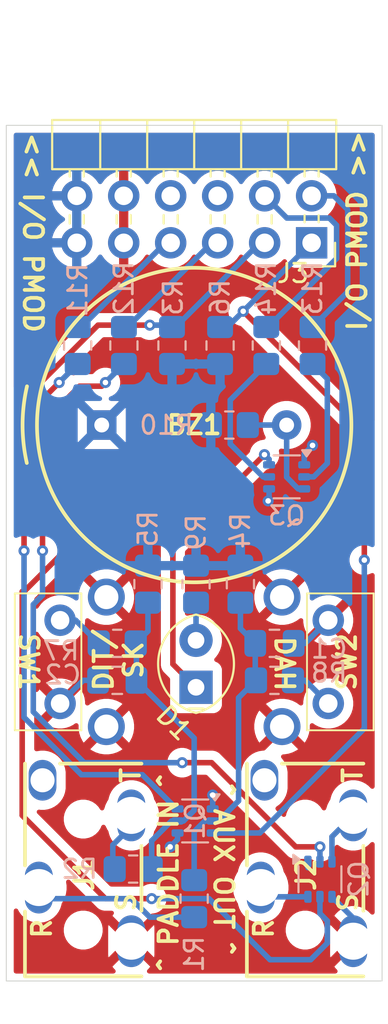
<source format=kicad_pcb>
(kicad_pcb (version 20241229) (generator "pcbnew") (generator_version "9.0")
  (layers (0 "F.Cu" signal) (2 "B.Cu" signal) (13 "F.Paste" user) (15 "B.Paste" user) (5 "F.SilkS" user "F.Silkscreen") (7 "B.SilkS" user "B.Silkscreen") (1 "F.Mask" user) (3 "B.Mask" user) (25 "Edge.Cuts" user))
  (net 0 "")
  (net 1 "VDD")
  (net 2 "/BUZZ_NEG")
  (net 3 "/DAH_BASE")
  (net 4 "GND")
  (net 5 "/DIT_BASE")
  (net 6 "/UIO1")
  (net 7 "/UIO0")
  (net 8 "/AUX_DAH_EXT")
  (net 9 "/AUX_DIT_EXT")
  (net 10 "/LED_A")
  (net 11 "/LED_K")
  (net 12 "/DAH_EXT")
  (net 13 "/DIT_EXT")
  (net 16 "/UIO5")
  (net 17 "/UIO4")
  (net 20 "/UIO3")
  (net 21 "/UIO2")
  (net 22 "Net-(R7-Pad1)")
  (net 23 "Net-(R8-Pad1)")
  (net 24 "Net-(Q2A-B1)")
  (net 25 "Net-(Q2B-B2)")
  (net 26 "Net-(Q3A-B1)")
  (net 27 "Net-(Q3B-B2)")
  (footprint "LED_THT:LED_Oval_W5.2mm_H3.8mm" (layer "F.Cu") (at 110.26 80.085 90)
    (property "Reference" "D1" (at -1.925 -1.2 135) (layer "F.SilkS"))
    (property "Value" "C5SMF-RJF-CT0W0BB1")
    (fp_line (start -1.15 -0.405) (end -1.15 0.405) (stroke (width 0.12)) (layer "F.SilkS"))
    (fp_arc (start -1.39 0) (mid 1.269691 -2.050564) (end 3.929843 -0.000598) (stroke (width 0.12)) (layer "F.SilkS"))
    (fp_arc (start 3.929843 0.000598) (mid 1.269691 2.050564) (end -1.39 0) (stroke (width 0.12)) (layer "F.SilkS"))
    (pad "1" thru_hole rect (at 0 0 90) (size 1.8 1.8) (drill 0.9) (layers "*.Cu" "*.Mask") (net 11 "/LED_K"))
    (pad "2" thru_hole circle (at 2.54 0 90) (size 1.8 1.8) (drill 0.9) (layers "*.Cu" "*.Mask") (net 10 "/LED_A"))
  )
  (footprint "b-etz:PinHeader_2x06_P2.54mm_Horizontal_Flipped" (layer "F.Cu") (at 116.51 56.06 -90)
    (property "Reference" "J3" (at 1.65 1.01 0) (layer "F.SilkS"))
    (property "Value" "Conn_02x06_PMOD")
    (fp_line (start -6.64 14.03) (end -6.64 -1.33) (stroke (width 0.12)) (layer "F.SilkS"))
    (fp_line (start -3.98 14.03) (end -6.64 14.03) (stroke (width 0.12)) (layer "F.SilkS"))
    (fp_line (start -3.582929 13.08) (end -3.98 13.08) (stroke (width 0.12)) (layer "F.SilkS"))
    (fp_line (start -1.042929 13.08) (end -1.497071 13.08) (stroke (width 0.12)) (layer "F.SilkS"))
    (fp_line (start -3.582929 12.32) (end -3.98 12.32) (stroke (width 0.12)) (layer "F.SilkS"))
    (fp_line (start -1.042929 12.32) (end -1.497071 12.32) (stroke (width 0.12)) (layer "F.SilkS"))
    (fp_line (start -3.98 11.43) (end -6.64 11.43) (stroke (width 0.12)) (layer "F.SilkS"))
    (fp_line (start -3.582929 10.54) (end -3.98 10.54) (stroke (width 0.12)) (layer "F.SilkS"))
    (fp_line (start -1.042929 10.54) (end -1.497071 10.54) (stroke (width 0.12)) (layer "F.SilkS"))
    (fp_line (start -3.582929 9.78) (end -3.98 9.78) (stroke (width 0.12)) (layer "F.SilkS"))
    (fp_line (start -1.042929 9.78) (end -1.497071 9.78) (stroke (width 0.12)) (layer "F.SilkS"))
    (fp_line (start -3.98 8.89) (end -6.64 8.89) (stroke (width 0.12)) (layer "F.SilkS"))
    (fp_line (start -3.582929 8) (end -3.98 8) (stroke (width 0.12)) (layer "F.SilkS"))
    (fp_line (start -1.042929 8) (end -1.497071 8) (stroke (width 0.12)) (layer "F.SilkS"))
    (fp_line (start -3.582929 7.24) (end -3.98 7.24) (stroke (width 0.12)) (layer "F.SilkS"))
    (fp_line (start -1.042929 7.24) (end -1.497071 7.24) (stroke (width 0.12)) (layer "F.SilkS"))
    (fp_line (start -3.98 6.35) (end -6.64 6.35) (stroke (width 0.12)) (layer "F.SilkS"))
    (fp_line (start -3.582929 5.46) (end -3.98 5.46) (stroke (width 0.12)) (layer "F.SilkS"))
    (fp_line (start -1.042929 5.46) (end -1.497071 5.46) (stroke (width 0.12)) (layer "F.SilkS"))
    (fp_line (start -3.582929 4.7) (end -3.98 4.7) (stroke (width 0.12)) (layer "F.SilkS"))
    (fp_line (start -1.042929 4.7) (end -1.497071 4.7) (stroke (width 0.12)) (layer "F.SilkS"))
    (fp_line (start -3.98 3.81) (end -6.64 3.81) (stroke (width 0.12)) (layer "F.SilkS"))
    (fp_line (start -3.582929 2.92) (end -3.98 2.92) (stroke (width 0.12)) (layer "F.SilkS"))
    (fp_line (start -1.042929 2.92) (end -1.497071 2.92) (stroke (width 0.12)) (layer "F.SilkS"))
    (fp_line (start -3.582929 2.16) (end -3.98 2.16) (stroke (width 0.12)) (layer "F.SilkS"))
    (fp_line (start -1.042929 2.16) (end -1.497071 2.16) (stroke (width 0.12)) (layer "F.SilkS"))
    (fp_line (start -3.98 1.27) (end -6.64 1.27) (stroke (width 0.12)) (layer "F.SilkS"))
    (fp_line (start -3.582929 0.38) (end -3.98 0.38) (stroke (width 0.12)) (layer "F.SilkS"))
    (fp_line (start -1.11 0.38) (end -1.497071 0.38) (stroke (width 0.12)) (layer "F.SilkS"))
    (fp_line (start 1.27 0) (end 1.27 -1.27) (stroke (width 0.12)) (layer "F.SilkS"))
    (fp_line (start -3.582929 -0.38) (end -3.98 -0.38) (stroke (width 0.12)) (layer "F.SilkS"))
    (fp_line (start -1.11 -0.38) (end -1.497071 -0.38) (stroke (width 0.12)) (layer "F.SilkS"))
    (fp_line (start 1.27 -1.27) (end 0 -1.27) (stroke (width 0.12)) (layer "F.SilkS"))
    (fp_line (start -6.64 -1.33) (end -3.98 -1.33) (stroke (width 0.12)) (layer "F.SilkS"))
    (fp_line (start -3.98 -1.33) (end -3.98 14.03) (stroke (width 0.12)) (layer "F.SilkS"))
    (pad "1" thru_hole rect (at 0 0 270) (size 1.7 1.7) (drill 1) (layers "*.Cu" "*.Mask") (net 7 "/UIO0"))
    (pad "2" thru_hole oval (at 0 2.54 270) (size 1.7 1.7) (drill 1) (layers "*.Cu" "*.Mask") (net 6 "/UIO1"))
    (pad "3" thru_hole oval (at 0 5.08 270) (size 1.7 1.7) (drill 1) (layers "*.Cu" "*.Mask") (net 21 "/UIO2"))
    (pad "4" thru_hole oval (at 0 7.62 270) (size 1.7 1.7) (drill 1) (layers "*.Cu" "*.Mask") (net 20 "/UIO3"))
    (pad "5" thru_hole oval (at 0 10.16 270) (size 1.7 1.7) (drill 1) (layers "*.Cu" "*.Mask") (net 4 "GND"))
    (pad "6" thru_hole oval (at 0 12.7 270) (size 1.7 1.7) (drill 1) (layers "*.Cu" "*.Mask") (net 1 "VDD"))
    (pad "7" thru_hole oval (at -2.54 0 270) (size 1.7 1.7) (drill 1) (layers "*.Cu" "*.Mask") (net 17 "/UIO4"))
    (pad "8" thru_hole oval (at -2.54 2.54 270) (size 1.7 1.7) (drill 1) (layers "*.Cu" "*.Mask") (net 16 "/UIO5"))
    (pad "9" thru_hole oval (at -2.54 5.08 270) (size 1.7 1.7) (drill 1) (layers "*.Cu" "*.Mask"))
    (pad "10" thru_hole oval (at -2.54 7.62 270) (size 1.7 1.7) (drill 1) (layers "*.Cu" "*.Mask"))
    (pad "11" thru_hole oval (at -2.54 10.16 270) (size 1.7 1.7) (drill 1) (layers "*.Cu" "*.Mask") (net 4 "GND"))
    (pad "12" thru_hole oval (at -2.54 12.7 270) (size 1.7 1.7) (drill 1) (layers "*.Cu" "*.Mask") (net 1 "VDD"))
  )
  (footprint "b-etz:TS11-674-55-BK-100-RA-D" (layer "F.Cu") (at 116.16 78.71 90)
    (property "Reference" "SW2" (at 0 2.25 90) (layer "F.SilkS") (effects (font (thickness 0.2))))
    (property "Value" "TS11-674-55-BK-100-RA-D" (hide yes))
    (fp_line (start 3.7 0.1) (end -3.7 0.1) (stroke (width 0.1)) (layer "F.SilkS"))
    (fp_line (start -3.7 0.1) (end -3.7 3.7) (stroke (width 0.1)) (layer "F.SilkS"))
    (fp_line (start 3.7 3.7) (end 3.7 0.1) (stroke (width 0.1)) (layer "F.SilkS"))
    (fp_line (start -3.7 3.7) (end 3.7 3.7) (stroke (width 0.1)) (layer "F.SilkS"))
    (pad "1" thru_hole circle (at 2.25 1.25 90) (size 1.7 1.7) (drill 1) (layers "*.Cu" "*.Mask") (net 4 "GND"))
    (pad "2" thru_hole circle (at -2.25 1.25 90) (size 1.7 1.7) (drill 1) (layers "*.Cu" "*.Mask") (net 23 "Net-(R8-Pad1)"))
    (pad "3" thru_hole circle (at 3.5 -1.25 90) (size 2 2) (drill 1.3) (layers "*.Cu" "*.Mask") (net 4 "GND"))
    (pad "4" thru_hole circle (at -3.5 -1.25 90) (size 2 2) (drill 1.3) (layers "*.Cu" "*.Mask") (net 4 "GND"))
  )
  (footprint "b-etz:TS11-674-55-BK-100-RA-D" (layer "F.Cu") (at 104.16 78.71 -90)
    (property "Reference" "SW1" (at 0 2.95 270) (layer "F.SilkS") (effects (font (thickness 0.2))))
    (property "Value" "TS11-674-55-BK-100-RA-D" (hide yes))
    (fp_line (start -3.7 3.7) (end 3.7 3.7) (stroke (width 0.1)) (layer "F.SilkS"))
    (fp_line (start 3.7 3.7) (end 3.7 0.1) (stroke (width 0.1)) (layer "F.SilkS"))
    (fp_line (start -3.7 0.1) (end -3.7 3.7) (stroke (width 0.1)) (layer "F.SilkS"))
    (fp_line (start 3.7 0.1) (end -3.7 0.1) (stroke (width 0.1)) (layer "F.SilkS"))
    (pad "1" thru_hole circle (at 2.25 1.25 270) (size 1.7 1.7) (drill 1) (layers "*.Cu" "*.Mask") (net 4 "GND"))
    (pad "2" thru_hole circle (at -2.25 1.25 270) (size 1.7 1.7) (drill 1) (layers "*.Cu" "*.Mask") (net 22 "Net-(R7-Pad1)"))
    (pad "3" thru_hole circle (at 3.5 -1.25 270) (size 2 2) (drill 1.3) (layers "*.Cu" "*.Mask") (net 4 "GND"))
    (pad "4" thru_hole circle (at -3.5 -1.25 270) (size 2 2) (drill 1.3) (layers "*.Cu" "*.Mask") (net 4 "GND"))
  )
  (footprint "b-etz:ASJ-200-B-HT" (layer "F.Cu") (at 104.16 90.21 90)
    (property "Reference" "J1" (at 0 0.05 90) (layer "F.SilkS") (effects (font (thickness 0.2))))
    (property "Value" "ASJ-200-B-HT" (hide yes))
    (fp_line (start 0.5 -3.15) (end 6 -3.15) (stroke (width 0.2)) (layer "F.SilkS"))
    (fp_line (start -5.5 -3.15) (end -2 -3.15) (stroke (width 0.2)) (layer "F.SilkS"))
    (fp_line (start -5.5 -3.15) (end -5.5 3.15) (stroke (width 0.2)) (layer "F.SilkS"))
    (fp_line (start 6 -1.25) (end 6 3.15) (stroke (width 0.2)) (layer "F.SilkS"))
    (fp_line (start -1.95 3.15) (end 1.55 3.15) (stroke (width 0.2)) (layer "F.SilkS"))
    (fp_text user "S" (at -2.1 2.9 90) (layer "F.SilkS") (effects (font (thickness 0.2)) (justify left bottom)))
    (fp_text user "R" (at -3.55 -1.65 90) (layer "F.SilkS") (effects (font (thickness 0.2)) (justify left bottom)))
    (fp_text user "T" (at 4.85 3.15 90) (layer "F.SilkS") (effects (font (thickness 0.2)) (justify left bottom)))
    (pad "" np_thru_hole circle (at -3 0 90) (size 1.6 1.6) (drill 1.6) (layers "*.Cu" "*.Mask"))
    (pad "" np_thru_hole circle (at 3 0 90) (size 1.6 1.6) (drill 1.6) (layers "*.Cu" "*.Mask"))
    (pad "R" thru_hole oval (at -0.7 -2.4 90) (size 2.8 1.5) (drill 2 0.8) (layers "*.Cu" "*.Mask") (net 12 "/DAH_EXT"))
    (pad "S" thru_hole oval (at -3.6 2.6 90) (size 2.8 1.5) (drill 2 0.8) (layers "*.Cu" "*.Mask") (net 4 "GND"))
    (pad "T" thru_hole oval (at 3.2 2.6 90) (size 2.8 1.5) (drill 2 0.8) (layers "*.Cu" "*.Mask") (net 13 "/DIT_EXT"))
    (pad "TN" thru_hole oval (at 5.1 -2.2 90) (size 2.2 1.5) (drill 1.3 0.8) (layers "*.Cu" "*.Mask"))
  )
  (footprint "b-etz:ASJ-200-B-HT" (layer "F.Cu") (at 116.16 90.21 90)
    (property "Reference" "J2" (at 0 0.05 90) (layer "F.SilkS") (effects (font (thickness 0.2))))
    (property "Value" "ASJ-200-B-HT" (hide yes))
    (fp_line (start 0.5 -3.15) (end 6 -3.15) (stroke (width 0.2)) (layer "F.SilkS"))
    (fp_line (start -5.5 -3.15) (end -2 -3.15) (stroke (width 0.2)) (layer "F.SilkS"))
    (fp_line (start -5.5 -3.15) (end -5.5 3.15) (stroke (width 0.2)) (layer "F.SilkS"))
    (fp_line (start 6 -1.25) (end 6 3.15) (stroke (width 0.2)) (layer "F.SilkS"))
    (fp_line (start -1.95 3.15) (end 1.55 3.15) (stroke (width 0.2)) (layer "F.SilkS"))
    (fp_text user "S" (at -2.1 2.9 90) (layer "F.SilkS") (effects (font (thickness 0.2)) (justify left bottom)))
    (fp_text user "T" (at 4.85 3.15 90) (layer "F.SilkS") (effects (font (thickness 0.2)) (justify left bottom)))
    (fp_text user "R" (at -3.55 -1.65 90) (layer "F.SilkS") (effects (font (thickness 0.2)) (justify left bottom)))
    (pad "" np_thru_hole circle (at -3 0 90) (size 1.6 1.6) (drill 1.6) (layers "*.Cu" "*.Mask"))
    (pad "" np_thru_hole circle (at 3 0 90) (size 1.6 1.6) (drill 1.6) (layers "*.Cu" "*.Mask"))
    (pad "R" thru_hole oval (at -0.7 -2.4 90) (size 2.8 1.5) (drill 2 0.8) (layers "*.Cu" "*.Mask") (net 8 "/AUX_DAH_EXT"))
    (pad "S" thru_hole oval (at -3.6 2.6 90) (size 2.8 1.5) (drill 2 0.8) (layers "*.Cu" "*.Mask") (net 4 "GND"))
    (pad "T" thru_hole oval (at 3.2 2.6 90) (size 2.8 1.5) (drill 2 0.8) (layers "*.Cu" "*.Mask") (net 9 "/AUX_DIT_EXT"))
    (pad "TN" thru_hole oval (at 5.1 -2.2 90) (size 2.2 1.5) (drill 1.3 0.8) (layers "*.Cu" "*.Mask"))
  )
  (footprint "b-etz:Buzzer_TDK_PS1720P02" (layer "F.Cu") (at 110.16 65.91)
    (property "Reference" "BZ1" (at 0 0 0) (layer "F.SilkS") (effects (font (thickness 0.2))))
    (property "Value" "PS1720P02")
    (fp_arc (start -9.049999 2.05) (mid -9.27925 -0.022566) (end -9.039921 -2.093993) (stroke (width 0.2)) (layer "F.SilkS"))
    (fp_circle (center 0 0) (end 8.5 0) (stroke (width 0.2)) (fill no) (layer "F.SilkS"))
    (pad "1" thru_hole rect (at -5 0) (size 1.6 1.6) (drill 0.8) (layers "*.Cu" "*.Mask") (net 1 "VDD"))
    (pad "2" thru_hole circle (at 5 0) (size 1.6 1.6) (drill 0.8) (layers "*.Cu" "*.Mask") (net 2 "/BUZZ_NEG"))
  )
  (footprint "Package_TO_SOT_SMD:SOT-363_SC-70-6" (layer "B.Cu") (at 115.16 68.71 180)
    (property "Reference" "Q3" (at 0 -2.1 0) (layer "B.SilkS") (effects (justify mirror)))
    (property "Value" "MBT3904DW1")
    (fp_line (start 0.7 1.16) (end -0.71 1.16) (stroke (width 0.12)) (layer "B.SilkS"))
    (fp_line (start 0.7 -1.16) (end -0.7 -1.16) (stroke (width 0.12)) (layer "B.SilkS"))
    (fp_poly (pts (xy -1.08 1.11) (xy -1.32 1.44) (xy -0.84 1.44) (xy -1.08 1.11)) (stroke (width 0.12)) (fill yes) (layer "B.SilkS"))
    (pad "1" smd roundrect (at -0.95 0.65 180) (size 0.65 0.4) (layers "B.Cu" "B.Mask" "B.Paste") (net 4 "GND"))
    (pad "2" smd roundrect (at -0.95 0 180) (size 0.65 0.4) (layers "B.Cu" "B.Mask" "B.Paste") (net 26 "Net-(Q3A-B1)"))
    (pad "3" smd roundrect (at -0.95 -0.65 180) (size 0.65 0.4) (layers "B.Cu" "B.Mask" "B.Paste") (net 2 "/BUZZ_NEG"))
    (pad "4" smd roundrect (at 0.95 -0.65 180) (size 0.65 0.4) (layers "B.Cu" "B.Mask" "B.Paste") (net 4 "GND"))
    (pad "5" smd roundrect (at 0.95 0 180) (size 0.65 0.4) (layers "B.Cu" "B.Mask" "B.Paste") (net 27 "Net-(Q3B-B2)"))
    (pad "6" smd roundrect (at 0.95 0.65 180) (size 0.65 0.4) (layers "B.Cu" "B.Mask" "B.Paste") (net 11 "/LED_K"))
  )
  (footprint "Resistor_SMD:R_0805_2012Metric_Pad1.20x1.40mm_HandSolder" (layer "B.Cu") (at 111.56 61.61 -90)
    (property "Reference" "R6" (at -2.6 0 90) (layer "B.SilkS") (effects (justify mirror)))
    (property "Value" "2k2")
    (fp_line (start 0.227064 0.735) (end -0.227064 0.735) (stroke (width 0.12)) (layer "B.SilkS"))
    (fp_line (start 0.227064 -0.735) (end -0.227064 -0.735) (stroke (width 0.12)) (layer "B.SilkS"))
    (pad "1" smd roundrect (at -1 0 270) (size 1.2 1.4) (layers "B.Cu" "B.Mask" "B.Paste") (roundrect_rratio 0.208333) (net 7 "/UIO0"))
    (pad "2" smd roundrect (at 1 0 270) (size 1.2 1.4) (layers "B.Cu" "B.Mask" "B.Paste") (roundrect_rratio 0.208333) (net 1 "VDD"))
  )
  (footprint "Capacitor_SMD:C_0805_2012Metric_Pad1.18x1.45mm_HandSolder" (layer "B.Cu") (at 114.5 77.71)
    (property "Reference" "C1" (at 2.96 0.3 0) (layer "B.SilkS") (effects (justify mirror)))
    (property "Value" "100n")
    (fp_line (start 0.261252 -0.735) (end -0.261252 -0.735) (stroke (width 0.12)) (layer "B.SilkS"))
    (fp_line (start 0.261252 0.735) (end -0.261252 0.735) (stroke (width 0.12)) (layer "B.SilkS"))
    (pad "1" smd roundrect (at -1.0375 0) (size 1.175 1.45) (layers "B.Cu" "B.Mask" "B.Paste") (roundrect_rratio 0.212766) (net 3 "/DAH_BASE"))
    (pad "2" smd roundrect (at 1.0375 0) (size 1.175 1.45) (layers "B.Cu" "B.Mask" "B.Paste") (roundrect_rratio 0.212766) (net 4 "GND"))
  )
  (footprint "Resistor_SMD:R_0805_2012Metric_Pad1.20x1.40mm_HandSolder" (layer "B.Cu") (at 107.66 74.51 90)
    (property "Reference" "R5" (at 2.99 0 90) (layer "B.SilkS") (effects (justify mirror)))
    (property "Value" "2k2")
    (fp_line (start 0.227064 -0.735) (end -0.227064 -0.735) (stroke (width 0.12)) (layer "B.SilkS"))
    (fp_line (start 0.227064 0.735) (end -0.227064 0.735) (stroke (width 0.12)) (layer "B.SilkS"))
    (pad "1" smd roundrect (at -1 0 90) (size 1.2 1.4) (layers "B.Cu" "B.Mask" "B.Paste") (roundrect_rratio 0.208333) (net 5 "/DIT_BASE"))
    (pad "2" smd roundrect (at 1 0 90) (size 1.2 1.4) (layers "B.Cu" "B.Mask" "B.Paste") (roundrect_rratio 0.208333) (net 1 "VDD"))
  )
  (footprint "Resistor_SMD:R_0805_2012Metric_Pad1.20x1.40mm_HandSolder" (layer "B.Cu") (at 116.56 61.61 90)
    (property "Reference" "R13" (at 3.1 0 90) (layer "B.SilkS") (effects (justify mirror)))
    (property "Value" "2k2")
    (fp_line (start 0.227064 -0.735) (end -0.227064 -0.735) (stroke (width 0.12)) (layer "B.SilkS"))
    (fp_line (start 0.227064 0.735) (end -0.227064 0.735) (stroke (width 0.12)) (layer "B.SilkS"))
    (pad "1" smd roundrect (at -1 0 90) (size 1.2 1.4) (layers "B.Cu" "B.Mask" "B.Paste") (roundrect_rratio 0.208333) (net 26 "Net-(Q3A-B1)"))
    (pad "2" smd roundrect (at 1 0 90) (size 1.2 1.4) (layers "B.Cu" "B.Mask" "B.Paste") (roundrect_rratio 0.208333) (net 17 "/UIO4"))
  )
  (footprint "Resistor_SMD:R_0805_2012Metric_Pad1.20x1.40mm_HandSolder" (layer "B.Cu") (at 103.86 61.61 90)
    (property "Reference" "R11" (at 3 0 90) (layer "B.SilkS") (effects (justify mirror)))
    (property "Value" "2k2")
    (fp_line (start 0.227064 -0.735) (end -0.227064 -0.735) (stroke (width 0.12)) (layer "B.SilkS"))
    (fp_line (start 0.227064 0.735) (end -0.227064 0.735) (stroke (width 0.12)) (layer "B.SilkS"))
    (pad "1" smd roundrect (at -1 0 90) (size 1.2 1.4) (layers "B.Cu" "B.Mask" "B.Paste") (roundrect_rratio 0.208333) (net 24 "Net-(Q2A-B1)"))
    (pad "2" smd roundrect (at 1 0 90) (size 1.2 1.4) (layers "B.Cu" "B.Mask" "B.Paste") (roundrect_rratio 0.208333) (net 20 "/UIO3"))
  )
  (footprint "Resistor_SMD:R_0805_2012Metric_Pad1.20x1.40mm_HandSolder" (layer "B.Cu") (at 114.06 61.61 90)
    (property "Reference" "R14" (at 3.1 0 90) (layer "B.SilkS") (effects (justify mirror)))
    (property "Value" "2k2")
    (fp_line (start 0.227064 -0.735) (end -0.227064 -0.735) (stroke (width 0.12)) (layer "B.SilkS"))
    (fp_line (start 0.227064 0.735) (end -0.227064 0.735) (stroke (width 0.12)) (layer "B.SilkS"))
    (pad "1" smd roundrect (at -1 0 90) (size 1.2 1.4) (layers "B.Cu" "B.Mask" "B.Paste") (roundrect_rratio 0.208333) (net 27 "Net-(Q3B-B2)"))
    (pad "2" smd roundrect (at 1 0 90) (size 1.2 1.4) (layers "B.Cu" "B.Mask" "B.Paste") (roundrect_rratio 0.208333) (net 16 "/UIO5"))
  )
  (footprint "Resistor_SMD:R_0805_2012Metric_Pad1.20x1.40mm_HandSolder" (layer "B.Cu") (at 108.96 61.61 -90)
    (property "Reference" "R3" (at -2.6 -0.06 90) (layer "B.SilkS") (effects (justify mirror)))
    (property "Value" "2k2")
    (fp_line (start 0.227064 0.735) (end -0.227064 0.735) (stroke (width 0.12)) (layer "B.SilkS"))
    (fp_line (start 0.227064 -0.735) (end -0.227064 -0.735) (stroke (width 0.12)) (layer "B.SilkS"))
    (pad "1" smd roundrect (at -1 0 270) (size 1.2 1.4) (layers "B.Cu" "B.Mask" "B.Paste") (roundrect_rratio 0.208333) (net 6 "/UIO1"))
    (pad "2" smd roundrect (at 1 0 270) (size 1.2 1.4) (layers "B.Cu" "B.Mask" "B.Paste") (roundrect_rratio 0.208333) (net 1 "VDD"))
  )
  (footprint "Resistor_SMD:R_0805_2012Metric_Pad1.20x1.40mm_HandSolder" (layer "B.Cu") (at 114.5 79.71 180)
    (property "Reference" "R8" (at -2.96 0.4 0) (layer "B.SilkS") (effects (justify mirror)))
    (property "Value" "220R")
    (fp_line (start 0.227064 0.735) (end -0.227064 0.735) (stroke (width 0.12)) (layer "B.SilkS"))
    (fp_line (start 0.227064 -0.735) (end -0.227064 -0.735) (stroke (width 0.12)) (layer "B.SilkS"))
    (pad "1" smd roundrect (at -1 0 180) (size 1.2 1.4) (layers "B.Cu" "B.Mask" "B.Paste") (roundrect_rratio 0.208333) (net 23 "Net-(R8-Pad1)"))
    (pad "2" smd roundrect (at 1 0 180) (size 1.2 1.4) (layers "B.Cu" "B.Mask" "B.Paste") (roundrect_rratio 0.208333) (net 3 "/DAH_BASE"))
  )
  (footprint "Capacitor_SMD:C_0805_2012Metric_Pad1.18x1.45mm_HandSolder" (layer "B.Cu") (at 106 79.71 180)
    (property "Reference" "C2" (at 2.94 0.3 0) (layer "B.SilkS") (effects (justify mirror)))
    (property "Value" "100n")
    (fp_line (start 0.261252 0.735) (end -0.261252 0.735) (stroke (width 0.12)) (layer "B.SilkS"))
    (fp_line (start 0.261252 -0.735) (end -0.261252 -0.735) (stroke (width 0.12)) (layer "B.SilkS"))
    (pad "1" smd roundrect (at -1.0375 0 180) (size 1.175 1.45) (layers "B.Cu" "B.Mask" "B.Paste") (roundrect_rratio 0.212766) (net 5 "/DIT_BASE"))
    (pad "2" smd roundrect (at 1.0375 0 180) (size 1.175 1.45) (layers "B.Cu" "B.Mask" "B.Paste") (roundrect_rratio 0.212766) (net 4 "GND"))
  )
  (footprint "Resistor_SMD:R_0805_2012Metric_Pad1.20x1.40mm_HandSolder" (layer "B.Cu") (at 110.26 74.51 90)
    (property "Reference" "R9" (at 2.8 0 90) (layer "B.SilkS") (effects (justify mirror)))
    (property "Value" "220R")
    (fp_line (start 0.227064 -0.735) (end -0.227064 -0.735) (stroke (width 0.12)) (layer "B.SilkS"))
    (fp_line (start 0.227064 0.735) (end -0.227064 0.735) (stroke (width 0.12)) (layer "B.SilkS"))
    (pad "1" smd roundrect (at -1 0 90) (size 1.2 1.4) (layers "B.Cu" "B.Mask" "B.Paste") (roundrect_rratio 0.208333) (net 10 "/LED_A"))
    (pad "2" smd roundrect (at 1 0 90) (size 1.2 1.4) (layers "B.Cu" "B.Mask" "B.Paste") (roundrect_rratio 0.208333) (net 1 "VDD"))
  )
  (footprint "Package_TO_SOT_SMD:SOT-363_SC-70-6" (layer "B.Cu") (at 116.96 90.46 -90)
    (property "Reference" "Q2" (at 0 -2.1 90) (layer "B.SilkS") (effects (justify mirror)))
    (property "Value" "MBT3904DW1")
    (fp_line (start 0.7 1.16) (end -0.71 1.16) (stroke (width 0.12)) (layer "B.SilkS"))
    (fp_line (start 0.7 -1.16) (end -0.7 -1.16) (stroke (width 0.12)) (layer "B.SilkS"))
    (fp_poly (pts (xy -1.08 1.11) (xy -1.32 1.44) (xy -0.84 1.44) (xy -1.08 1.11)) (stroke (width 0.12)) (fill yes) (layer "B.SilkS"))
    (pad "1" smd roundrect (at -0.95 0.65 270) (size 0.65 0.4) (layers "B.Cu" "B.Mask" "B.Paste") (net 4 "GND"))
    (pad "2" smd roundrect (at -0.95 0 270) (size 0.65 0.4) (layers "B.Cu" "B.Mask" "B.Paste") (net 24 "Net-(Q2A-B1)"))
    (pad "3" smd roundrect (at -0.95 -0.65 270) (size 0.65 0.4) (layers "B.Cu" "B.Mask" "B.Paste") (net 9 "/AUX_DIT_EXT"))
    (pad "4" smd roundrect (at 0.95 -0.65 270) (size 0.65 0.4) (layers "B.Cu" "B.Mask" "B.Paste") (net 4 "GND"))
    (pad "5" smd roundrect (at 0.95 0 270) (size 0.65 0.4) (layers "B.Cu" "B.Mask" "B.Paste") (net 25 "Net-(Q2B-B2)"))
    (pad "6" smd roundrect (at 0.95 0.65 270) (size 0.65 0.4) (layers "B.Cu" "B.Mask" "B.Paste") (net 8 "/AUX_DAH_EXT"))
  )
  (footprint "Resistor_SMD:R_0805_2012Metric_Pad1.20x1.40mm_HandSolder" (layer "B.Cu") (at 112.06 65.91 180)
    (property "Reference" "R10" (at 3.4 0 0) (layer "B.SilkS") (effects (justify mirror)))
    (property "Value" "2k2")
    (fp_line (start 0.227064 0.735) (end -0.227064 0.735) (stroke (width 0.12)) (layer "B.SilkS"))
    (fp_line (start 0.227064 -0.735) (end -0.227064 -0.735) (stroke (width 0.12)) (layer "B.SilkS"))
    (pad "1" smd roundrect (at -1 0 180) (size 1.2 1.4) (layers "B.Cu" "B.Mask" "B.Paste") (roundrect_rratio 0.208333) (net 2 "/BUZZ_NEG"))
    (pad "2" smd roundrect (at 1 0 180) (size 1.2 1.4) (layers "B.Cu" "B.Mask" "B.Paste") (roundrect_rratio 0.208333) (net 1 "VDD"))
  )
  (footprint "Resistor_SMD:R_0805_2012Metric_Pad1.20x1.40mm_HandSolder" (layer "B.Cu") (at 106 77.71)
    (property "Reference" "R7" (at -3.04 0.4 0) (layer "B.SilkS") (effects (justify mirror)))
    (property "Value" "220R")
    (fp_line (start 0.227064 -0.735) (end -0.227064 -0.735) (stroke (width 0.12)) (layer "B.SilkS"))
    (fp_line (start 0.227064 0.735) (end -0.227064 0.735) (stroke (width 0.12)) (layer "B.SilkS"))
    (pad "1" smd roundrect (at -1 0) (size 1.2 1.4) (layers "B.Cu" "B.Mask" "B.Paste") (roundrect_rratio 0.208333) (net 22 "Net-(R7-Pad1)"))
    (pad "2" smd roundrect (at 1 0) (size 1.2 1.4) (layers "B.Cu" "B.Mask" "B.Paste") (roundrect_rratio 0.208333) (net 5 "/DIT_BASE"))
  )
  (footprint "Resistor_SMD:R_0805_2012Metric_Pad1.20x1.40mm_HandSolder" (layer "B.Cu") (at 106.36 61.61 90)
    (property "Reference" "R12" (at 3.1 0 90) (layer "B.SilkS") (effects (justify mirror)))
    (property "Value" "2k2")
    (fp_line (start 0.227064 -0.735) (end -0.227064 -0.735) (stroke (width 0.12)) (layer "B.SilkS"))
    (fp_line (start 0.227064 0.735) (end -0.227064 0.735) (stroke (width 0.12)) (layer "B.SilkS"))
    (pad "1" smd roundrect (at -1 0 90) (size 1.2 1.4) (layers "B.Cu" "B.Mask" "B.Paste") (roundrect_rratio 0.208333) (net 25 "Net-(Q2B-B2)"))
    (pad "2" smd roundrect (at 1 0 90) (size 1.2 1.4) (layers "B.Cu" "B.Mask" "B.Paste") (roundrect_rratio 0.208333) (net 21 "/UIO2"))
  )
  (footprint "Resistor_SMD:R_0805_2012Metric_Pad1.20x1.40mm_HandSolder" (layer "B.Cu") (at 110.16 91.51 90)
    (property "Reference" "R1" (at -3 0 90) (layer "B.SilkS") (effects (justify mirror)))
    (property "Value" "220R")
    (fp_line (start 0.227064 -0.735) (end -0.227064 -0.735) (stroke (width 0.12)) (layer "B.SilkS"))
    (fp_line (start 0.227064 0.735) (end -0.227064 0.735) (stroke (width 0.12)) (layer "B.SilkS"))
    (pad "1" smd roundrect (at -1 0 90) (size 1.2 1.4) (layers "B.Cu" "B.Mask" "B.Paste") (roundrect_rratio 0.208333) (net 12 "/DAH_EXT"))
    (pad "2" smd roundrect (at 1 0 90) (size 1.2 1.4) (layers "B.Cu" "B.Mask" "B.Paste") (roundrect_rratio 0.208333) (net 3 "/DAH_BASE"))
  )
  (footprint "Resistor_SMD:R_0805_2012Metric_Pad1.20x1.40mm_HandSolder" (layer "B.Cu") (at 112.66 74.51 90)
    (property "Reference" "R4" (at 2.89 0 90) (layer "B.SilkS") (effects (justify mirror)))
    (property "Value" "2k2")
    (fp_line (start 0.227064 -0.735) (end -0.227064 -0.735) (stroke (width 0.12)) (layer "B.SilkS"))
    (fp_line (start 0.227064 0.735) (end -0.227064 0.735) (stroke (width 0.12)) (layer "B.SilkS"))
    (pad "1" smd roundrect (at -1 0 90) (size 1.2 1.4) (layers "B.Cu" "B.Mask" "B.Paste") (roundrect_rratio 0.208333) (net 3 "/DAH_BASE"))
    (pad "2" smd roundrect (at 1 0 90) (size 1.2 1.4) (layers "B.Cu" "B.Mask" "B.Paste") (roundrect_rratio 0.208333) (net 1 "VDD"))
  )
  (footprint "Resistor_SMD:R_0805_2012Metric_Pad1.20x1.40mm_HandSolder" (layer "B.Cu") (at 106.86 89.91)
    (property "Reference" "R2" (at -2.9 0 0) (layer "B.SilkS") (effects (justify mirror)))
    (property "Value" "220R")
    (fp_line (start 0.227064 -0.735) (end -0.227064 -0.735) (stroke (width 0.12)) (layer "B.SilkS"))
    (fp_line (start 0.227064 0.735) (end -0.227064 0.735) (stroke (width 0.12)) (layer "B.SilkS"))
    (pad "1" smd roundrect (at -1 0) (size 1.2 1.4) (layers "B.Cu" "B.Mask" "B.Paste") (roundrect_rratio 0.208333) (net 13 "/DIT_EXT"))
    (pad "2" smd roundrect (at 1 0) (size 1.2 1.4) (layers "B.Cu" "B.Mask" "B.Paste") (roundrect_rratio 0.208333) (net 5 "/DIT_BASE"))
  )
  (footprint "Package_TO_SOT_SMD:SOT-363_SC-70-6" (layer "B.Cu") (at 110.21 87.31 180)
    (property "Reference" "Q1" (at 0 0 270) (layer "B.SilkS") (effects (justify mirror)))
    (property "Value" "MBT3904DW1")
    (fp_line (start 0.7 1.16) (end -0.71 1.16) (stroke (width 0.12)) (layer "B.SilkS"))
    (fp_line (start 0.7 -1.16) (end -0.7 -1.16) (stroke (width 0.12)) (layer "B.SilkS"))
    (fp_poly (pts (xy -1.08 1.11) (xy -1.32 1.44) (xy -0.84 1.44) (xy -1.08 1.11)) (stroke (width 0.12)) (fill yes) (layer "B.SilkS"))
    (pad "1" smd roundrect (at -0.95 0.65 180) (size 0.65 0.4) (layers "B.Cu" "B.Mask" "B.Paste") (net 4 "GND"))
    (pad "2" smd roundrect (at -0.95 0 180) (size 0.65 0.4) (layers "B.Cu" "B.Mask" "B.Paste") (net 3 "/DAH_BASE"))
    (pad "3" smd roundrect (at -0.95 -0.65 180) (size 0.65 0.4) (layers "B.Cu" "B.Mask" "B.Paste") (net 7 "/UIO0"))
    (pad "4" smd roundrect (at 0.95 -0.65 180) (size 0.65 0.4) (layers "B.Cu" "B.Mask" "B.Paste") (net 4 "GND"))
    (pad "5" smd roundrect (at 0.95 0 180) (size 0.65 0.4) (layers "B.Cu" "B.Mask" "B.Paste") (net 5 "/DIT_BASE"))
    (pad "6" smd roundrect (at 0.95 0.65 180) (size 0.65 0.4) (layers "B.Cu" "B.Mask" "B.Paste") (net 6 "/UIO1"))
  )
  (gr_rect (start 100 49.71) (end 120.32 95.96) (stroke (width 0.05)) (fill no) (layer "Edge.Cuts"))
  (gr_text "I/O PMOD >>" (at 119.56 55.41 90) (layer "F.SilkS") (effects (font (size 1 1) (thickness 0.2) (bold yes)) (justify bottom)))
  (gr_text "DIT/\nSK" (at 107.46 78.61 90) (layer "F.SilkS") (effects (font (size 1 1) (thickness 0.2) (bold yes)) (justify bottom)))
  (gr_text "^ PADDLE IN ^" (at 109.36 90.11 90) (layer "F.SilkS") (effects (font (size 1 1) (thickness 0.2) (bold yes)) (justify bottom)))
  (gr_text "DAH" (at 114.46 78.81 270) (layer "F.SilkS") (effects (font (size 1 1) (thickness 0.2) (bold yes)) (justify bottom)))
  (gr_text "<< I/O PMOD" (at 100.86 55.51 270) (layer "F.SilkS") (effects (font (size 1 1) (thickness 0.2) (bold yes)) (justify bottom)))
  (gr_text "^ AUX OUT ^" (at 111.16 89.91 270) (layer "F.SilkS") (effects (font (size 1 1) (thickness 0.2) (bold yes)) (justify bottom)))
  (segment (start 108.96 62.61) (end 111.56 62.61) (width 0.3) (layer "B.Cu") (net 1))
  (segment (start 115.46 69.034999) (end 115.46 69.025582) (width 0.3) (layer "B.Cu") (net 2))
  (segment (start 115.46 69.025582) (end 115.16 68.725582) (width 0.3) (layer "B.Cu") (net 2))
  (segment (start 113.06 65.91) (end 115.16 65.91) (width 0.3) (layer "B.Cu") (net 2))
  (segment (start 115.16 68.725582) (end 115.16 65.91) (width 0.3) (layer "B.Cu") (net 2))
  (segment (start 115.785001 69.36) (end 115.46 69.034999) (width 0.3) (layer "B.Cu") (net 2))
  (segment (start 116.11 69.36) (end 115.785001 69.36) (width 0.3) (layer "B.Cu") (net 2))
  (segment (start 112.56 86.225582) (end 112.56 80.65) (width 0.3) (layer "B.Cu") (net 3))
  (segment (start 113.4625 79.6725) (end 113.5 79.71) (width 0.3) (layer "B.Cu") (net 3))
  (segment (start 111.16 87.31) (end 111.475582 87.31) (width 0.3) (layer "B.Cu") (net 3))
  (segment (start 110.736 87.31) (end 111.16 87.31) (width 0.3) (layer "B.Cu") (net 3))
  (segment (start 112.66 76.9075) (end 113.4625 77.71) (width 0.3) (layer "B.Cu") (net 3))
  (segment (start 110.16 90.51) (end 110.16 87.886) (width 0.3) (layer "B.Cu") (net 3))
  (segment (start 112.66 75.5) (end 112.66 76.9075) (width 0.3) (layer "B.Cu") (net 3))
  (segment (start 111.475582 87.31) (end 112.56 86.225582) (width 0.3) (layer "B.Cu") (net 3))
  (segment (start 113.4625 77.71) (end 113.4625 79.6725) (width 0.3) (layer "B.Cu") (net 3))
  (segment (start 110.16 87.886) (end 110.736 87.31) (width 0.3) (layer "B.Cu") (net 3))
  (segment (start 112.56 80.65) (end 113.5 79.71) (width 0.3) (layer "B.Cu") (net 3))
  (via (at 108.86 88.71) (size 0.6) (drill 0.3) (layers "F.Cu" "B.Cu") (net 4))
  (via (at 114.16 70.01) (size 0.6) (drill 0.3) (layers "F.Cu" "B.Cu") (net 4))
  (via (at 116.56 67.01) (size 0.6) (drill 0.3) (layers "F.Cu" "B.Cu") (net 4))
  (via (at 111.16 85.91) (size 0.6) (drill 0.3) (layers "F.Cu" "B.Cu") (net 4))
  (segment (start 116.16 77.71) (end 117.41 76.46) (width 0.3) (layer "B.Cu") (net 4))
  (segment (start 117.61 91.41) (end 118.76 92.56) (width 0.3) (layer "B.Cu") (net 4))
  (segment (start 116.11 67.46) (end 116.56 67.01) (width 0.3) (layer "B.Cu") (net 4))
  (segment (start 118.76 92.56) (end 118.76 93.81) (width 0.3) (layer "B.Cu") (net 4))
  (segment (start 109.26 87.96) (end 109.26 88.31) (width 0.3) (layer "B.Cu") (net 4))
  (segment (start 116.11 68.06) (end 116.11 67.46) (width 0.3) (layer "B.Cu") (net 4))
  (segment (start 109.26 88.31) (end 108.86 88.71) (width 0.3) (layer "B.Cu") (net 4))
  (segment (start 111.16 85.91) (end 111.16 86.66) (width 0.3) (layer "B.Cu") (net 4))
  (segment (start 111.16 85.91) (end 111.1975 85.8725) (width 0.3) (layer "B.Cu") (net 4))
  (segment (start 114.21 69.36) (end 114.21 69.96) (width 0.3) (layer "B.Cu") (net 4))
  (segment (start 104.16 79.71) (end 102.91 80.96) (width 0.3) (layer "B.Cu") (net 4))
  (segment (start 116.31 89.51) (end 116.31 89.834999) (width 0.3) (layer "B.Cu") (net 4))
  (segment (start 115.5375 77.71) (end 116.16 77.71) (width 0.3) (layer "B.Cu") (net 4))
  (segment (start 104.9625 79.71) (end 104.16 79.71) (width 0.3) (layer "B.Cu") (net 4))
  (segment (start 114.21 69.96) (end 114.16 70.01) (width 0.3) (layer "B.Cu") (net 4))
  (segment (start 108.935001 87.31) (end 107.86 88.385001) (width 0.3) (layer "B.Cu") (net 5))
  (segment (start 109.26 87.31) (end 108.935001 87.31) (width 0.3) (layer "B.Cu") (net 5))
  (segment (start 110.16 82.8325) (end 110.16 86.734999) (width 0.3) (layer "B.Cu") (net 5))
  (segment (start 107.66 77.05) (end 107 77.71) (width 0.3) (layer "B.Cu") (net 5))
  (segment (start 110.16 86.734999) (end 109.584999 87.31) (width 0.3) (layer "B.Cu") (net 5))
  (segment (start 107.0375 79.71) (end 107.0375 77.7475) (width 0.3) (layer "B.Cu") (net 5))
  (segment (start 107.0375 79.71) (end 110.16 82.8325) (width 0.3) (layer "B.Cu") (net 5))
  (segment (start 107.86 88.385001) (end 107.86 89.91) (width 0.3) (layer "B.Cu") (net 5))
  (segment (start 107.66 75.5) (end 107.66 77.05) (width 0.3) (layer "B.Cu") (net 5))
  (segment (start 109.584999 87.31) (end 109.26 87.31) (width 0.3) (layer "B.Cu") (net 5))
  (segment (start 107.0375 77.7475) (end 107 77.71) (width 0.3) (layer "B.Cu") (net 5))
  (segment (start 108.944418 87.31) (end 109.26 87.31) (width 0.3) (layer "B.Cu") (net 5))
  (segment (start 107.76 60.51) (end 104.96 60.51) (width 0.3) (layer "F.Cu") (net 6))
  (segment (start 104.96 60.51) (end 100.96 64.51) (width 0.3) (layer "F.Cu") (net 6))
  (segment (start 100.96 64.51) (end 100.96 72.71) (width 0.3) (layer "F.Cu") (net 6))
  (via (at 100.96 72.71) (size 0.6) (drill 0.3) (layers "F.Cu" "B.Cu") (net 6))
  (via (at 107.76 60.51) (size 0.6) (drill 0.3) (layers "F.Cu" "B.Cu") (net 6))
  (segment (start 107.76 60.51) (end 109.26 60.51) (width 0.3) (layer "B.Cu") (net 6))
  (segment (start 107.36 84.81) (end 104.06 84.81) (width 0.3) (layer "B.Cu") (net 6))
  (segment (start 109.21 86.66) (end 107.36 84.81) (width 0.3) (layer "B.Cu") (net 6))
  (segment (start 109.26 60.51) (end 113.71 56.06) (width 0.3) (layer "B.Cu") (net 6))
  (segment (start 107.76 60.51) (end 108.86 60.51) (width 0.3) (layer "B.Cu") (net 6))
  (segment (start 109.26 86.66) (end 109.21 86.66) (width 0.3) (layer "B.Cu") (net 6))
  (segment (start 113.71 56.06) (end 113.97 56.06) (width 0.3) (layer "B.Cu") (net 6))
  (segment (start 108.86 60.51) (end 108.96 60.61) (width 0.3) (layer "B.Cu") (net 6))
  (segment (start 100.96 81.71) (end 100.96 72.71) (width 0.3) (layer "B.Cu") (net 6))
  (segment (start 104.06 84.81) (end 100.96 81.71) (width 0.3) (layer "B.Cu") (net 6))
  (segment (start 119.36 73.21) (end 119.36 66.31) (width 0.3) (layer "F.Cu") (net 7))
  (segment (start 119.36 66.31) (end 112.81 59.76) (width 0.3) (layer "F.Cu") (net 7))
  (via (at 112.81 59.76) (size 0.6) (drill 0.3) (layers "F.Cu" "B.Cu") (net 7))
  (via (at 119.36 73.21) (size 0.6) (drill 0.3) (layers "F.Cu" "B.Cu") (net 7))
  (segment (start 111.96 60.61) (end 111.56 60.61) (width 0.3) (layer "B.Cu") (net 7))
  (segment (start 113.71153 87.96) (end 119.36 82.31153) (width 0.3) (layer "B.Cu") (net 7))
  (segment (start 116.51 56.06) (end 112.81 59.76) (width 0.3) (layer "B.Cu") (net 7))
  (segment (start 112.81 59.76) (end 111.96 60.61) (width 0.3) (layer "B.Cu") (net 7))
  (segment (start 119.36 82.31153) (end 119.36 73.21) (width 0.3) (layer "B.Cu") (net 7))
  (segment (start 111.16 87.96) (end 113.71153 87.96) (width 0.3) (layer "B.Cu") (net 7))
  (segment (start 114.26 91.41) (end 113.76 90.91) (width 0.3) (layer "B.Cu") (net 8))
  (segment (start 116.31 91.41) (end 114.26 91.41) (width 0.3) (layer "B.Cu") (net 8))
  (segment (start 117.61 89.51) (end 117.61 88.16) (width 0.3) (layer "B.Cu") (net 9))
  (segment (start 117.61 88.16) (end 118.76 87.01) (width 0.3) (layer "B.Cu") (net 9))
  (segment (start 110.26 75.51) (end 110.26 77.545) (width 0.3) (layer "B.Cu") (net 10))
  (segment (start 109.009 72.461) (end 109.009 78.834) (width 0.3) (layer "F.Cu") (net 11))
  (segment (start 109.009 78.834) (end 110.26 80.085) (width 0.3) (layer "F.Cu") (net 11))
  (segment (start 113.96 67.51) (end 109.009 72.461) (width 0.3) (layer "F.Cu") (net 11))
  (via (at 113.96 67.51) (size 0.6) (drill 0.3) (layers "F.Cu" "B.Cu") (net 11))
  (segment (start 114.21 67.76) (end 113.96 67.51) (width 0.3) (layer "B.Cu") (net 11))
  (segment (start 114.21 68.06) (end 114.21 67.76) (width 0.3) (layer "B.Cu") (net 11))
  (segment (start 106.76 91.51) (end 107.76 92.51) (width 0.3) (layer "B.Cu") (net 12))
  (segment (start 101.76 90.91) (end 102.36 91.51) (width 0.3) (layer "B.Cu") (net 12))
  (segment (start 102.36 91.51) (end 106.76 91.51) (width 0.3) (layer "B.Cu") (net 12))
  (segment (start 107.76 92.51) (end 110.16 92.51) (width 0.3) (layer "B.Cu") (net 12))
  (segment (start 105.76 88.61) (end 105.76 90.01) (width 0.3) (layer "B.Cu") (net 13))
  (segment (start 106.76 87.01) (end 106.76 87.61) (width 0.3) (layer "B.Cu") (net 13))
  (segment (start 106.76 87.61) (end 105.76 88.61) (width 0.3) (layer "B.Cu") (net 13))
  (segment (start 113.97 53.52) (end 115.17 54.72) (width 0.3) (layer "B.Cu") (net 16))
  (segment (start 115.17 54.72) (end 117.47 54.72) (width 0.3) (layer "B.Cu") (net 16))
  (segment (start 117.86 55.11) (end 117.86 56.91) (width 0.3) (layer "B.Cu") (net 16))
  (segment (start 117.47 54.72) (end 117.86 55.11) (width 0.3) (layer "B.Cu") (net 16))
  (segment (start 114.16 60.61) (end 114.06 60.61) (width 0.3) (layer "B.Cu") (net 16))
  (segment (start 117.86 56.91) (end 114.16 60.61) (width 0.3) (layer "B.Cu") (net 16))
  (segment (start 117.712081 53.52) (end 118.46 54.267919) (width 0.3) (layer "B.Cu") (net 17))
  (segment (start 118.46 58.71) (end 116.56 60.61) (width 0.3) (layer "B.Cu") (net 17))
  (segment (start 118.46 54.267919) (end 118.46 58.71) (width 0.3) (layer "B.Cu") (net 17))
  (segment (start 116.51 53.52) (end 117.712081 53.52) (width 0.3) (layer "B.Cu") (net 17))
  (segment (start 108.89 56.06) (end 108.61 56.06) (width 0.3) (layer "B.Cu") (net 20))
  (segment (start 108.61 56.06) (end 104.06 60.61) (width 0.3) (layer "B.Cu") (net 20))
  (segment (start 104.06 60.61) (end 103.86 60.61) (width 0.3) (layer "B.Cu") (net 20))
  (segment (start 106.56 60.61) (end 106.36 60.61) (width 0.3) (layer "B.Cu") (net 21))
  (segment (start 111.43 56.06) (end 111.11 56.06) (width 0.3) (layer "B.Cu") (net 21))
  (segment (start 111.11 56.06) (end 106.56 60.61) (width 0.3) (layer "B.Cu") (net 21))
  (segment (start 103.75 76.46) (end 105 77.71) (width 0.3) (layer "B.Cu") (net 22))
  (segment (start 102.91 76.46) (end 103.75 76.46) (width 0.3) (layer "B.Cu") (net 22))
  (segment (start 116.16 79.71) (end 117.41 80.96) (width 0.3) (layer "B.Cu") (net 23))
  (segment (start 115.5 79.71) (end 116.16 79.71) (width 0.3) (layer "B.Cu") (net 23))
  (segment (start 109.51 84.16) (end 111.102951 84.16) (width 0.3) (layer "F.Cu") (net 24))
  (segment (start 115.652951 88.71) (end 116.96 88.71) (width 0.3) (layer "F.Cu") (net 24))
  (segment (start 111.102951 84.16) (end 115.652951 88.71) (width 0.3) (layer "F.Cu") (net 24))
  (segment (start 101.96 64.51) (end 102.86 63.61) (width 0.3) (layer "F.Cu") (net 24))
  (segment (start 101.96 72.71) (end 101.96 64.51) (width 0.3) (layer "F.Cu") (net 24))
  (via (at 109.51 84.16) (size 0.6) (drill 0.3) (layers "F.Cu" "B.Cu") (net 24))
  (via (at 102.86 63.61) (size 0.6) (drill 0.3) (layers "F.Cu" "B.Cu") (net 24))
  (via (at 116.96 88.71) (size 0.6) (drill 0.3) (layers "F.Cu" "B.Cu") (net 24))
  (via (at 101.96 72.71) (size 0.6) (drill 0.3) (layers "F.Cu" "B.Cu") (net 24))
  (segment (start 104.21 84.16) (end 109.51 84.16) (width 0.3) (layer "B.Cu") (net 24))
  (segment (start 101.46 81.41) (end 104.21 84.16) (width 0.3) (layer "B.Cu") (net 24))
  (segment (start 101.46 75.61) (end 101.46 81.41) (width 0.3) (layer "B.Cu") (net 24))
  (segment (start 116.96 88.71) (end 116.96 89.51) (width 0.3) (layer "B.Cu") (net 24))
  (segment (start 103.86 62.61) (end 102.86 63.61) (width 0.3) (layer "B.Cu") (net 24))
  (segment (start 101.96 75.11) (end 101.46 75.61) (width 0.3) (layer "B.Cu") (net 24))
  (segment (start 101.96 72.71) (end 101.96 75.11) (width 0.3) (layer "B.Cu") (net 24))
  (segment (start 100.96 74.91) (end 103.06 72.81) (width 0.3) (layer "F.Cu") (net 25))
  (segment (start 100.86 87.01) (end 100.86 74.91) (width 0.3) (layer "F.Cu") (net 25))
  (segment (start 105.36 91.51) (end 100.86 87.01) (width 0.3) (layer "F.Cu") (net 25))
  (segment (start 107.86 91.51) (end 105.36 91.51) (width 0.3) (layer "F.Cu") (net 25))
  (segment (start 103.06 72.81) (end 103.06 64.71) (width 0.3) (layer "F.Cu") (net 25))
  (segment (start 100.86 74.91) (end 100.96 74.91) (width 0.3) (layer "F.Cu") (net 25))
  (segment (start 103.06 64.71) (end 103.96 63.81) (width 0.3) (layer "F.Cu") (net 25))
  (segment (start 103.96 63.81) (end 105.16 63.81) (width 0.3) (layer "F.Cu") (net 25))
  (segment (start 105.16 63.81) (end 105.36 63.61) (width 0.3) (layer "F.Cu") (net 25))
  (via (at 107.86 91.51) (size 0.6) (drill 0.3) (layers "F.Cu" "B.Cu") (net 25))
  (via (at 105.36 63.61) (size 0.6) (drill 0.3) (layers "F.Cu" "B.Cu") (net 25))
  (segment (start 107.86 91.51) (end 110.96 91.51) (width 0.3) (layer "B.Cu") (net 25))
  (segment (start 117.36 92.71153) (end 116.96 92.31153) (width 0.3) (layer "B.Cu") (net 25))
  (segment (start 110.96 91.51) (end 114.26 94.81) (width 0.3) (layer "B.Cu") (net 25))
  (segment (start 106.36 62.61) (end 105.36 63.61) (width 0.3) (layer "B.Cu") (net 25))
  (segment (start 116.96 92.31153) (end 116.96 91.41) (width 0.3) (layer "B.Cu") (net 25))
  (segment (start 117.36 93.91) (end 117.36 92.71153) (width 0.3) (layer "B.Cu") (net 25))
  (segment (start 116.46 94.81) (end 117.36 93.91) (width 0.3) (layer "B.Cu") (net 25))
  (segment (start 114.26 94.81) (end 116.46 94.81) (width 0.3) (layer "B.Cu") (net 25))
  (segment (start 117.36 63.41) (end 117.36 67.973582) (width 0.3) (layer "B.Cu") (net 26))
  (segment (start 116.56 62.61) (end 117.36 63.41) (width 0.3) (layer "B.Cu") (net 26))
  (segment (start 117.36 67.973582) (end 116.623582 68.71) (width 0.3) (layer "B.Cu") (net 26))
  (segment (start 116.623582 68.71) (end 116.11 68.71) (width 0.3) (layer "B.Cu") (net 26))
  (segment (start 112.109 64.561) (end 112.109 66.933999) (width 0.3) (layer "B.Cu") (net 27))
  (segment (start 114.06 62.61) (end 112.109 64.561) (width 0.3) (layer "B.Cu") (net 27))
  (segment (start 113.885001 68.71) (end 114.21 68.71) (width 0.3) (layer "B.Cu") (net 27))
  (segment (start 112.109 66.933999) (end 113.885001 68.71) (width 0.3) (layer "B.Cu") (net 27))
  (zone (net 4) (net_name "GND") (layer "F.Cu") (connect_pads (clearance 0.5)) (min_thickness 0.25) (fill yes (thermal_gap 0.5) (thermal_bridge_width 0.5))
    (polygon (pts (xy 99.66 49.21) (xy 120.66 49.21) (xy 120.66 96.21) (xy 99.66 96.21)))
  )
  (zone (net 1) (net_name "VDD") (layer "B.Cu") (priority 1) (connect_pads (clearance 0.5)) (min_thickness 0.25) (fill yes (thermal_gap 0.5) (thermal_bridge_width 0.5))
    (polygon (pts (xy 99.66 49.21) (xy 120.66 49.21) (xy 120.66 96.21) (xy 99.66 96.21)))
  )
)
</source>
